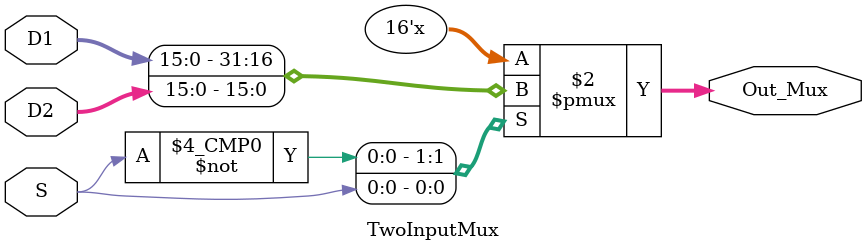
<source format=sv>
module TwoInputMux	(	input				S,
						input				[15:0] D1,
						input 				[15:0] D2,
						output logic		[15:0] Out_Mux);
						
		// 17 bit parallel multiplexer implemented using case statement
		always_comb
		begin
				unique case(S)
						1'b0	:	Out_Mux <= D1; //D1
						1'b1	:	Out_Mux <= D2; //Data_to_CPU
				endcase
		end
		
		
endmodule
</source>
